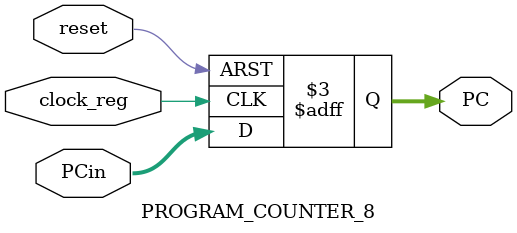
<source format=v>
module PROGRAM_COUNTER_8( //Armazena o indereÃ§o da proxima intrucao

//input data
input clock_reg, //input clock
input reset, //reseta todos os registradores para 0
input [7:0] PCin, //entrada de dados paralela de 8 bits

 
//output signal
output reg [7:0] PC); //saida de daodos paralela

always@(posedge clock_reg or negedge reset)begin
	if(!reset) begin
		PC <= 0; //atribuição não bloqueante
	end
	else begin
		PC <= PCin;
	end
end
endmodule
</source>
